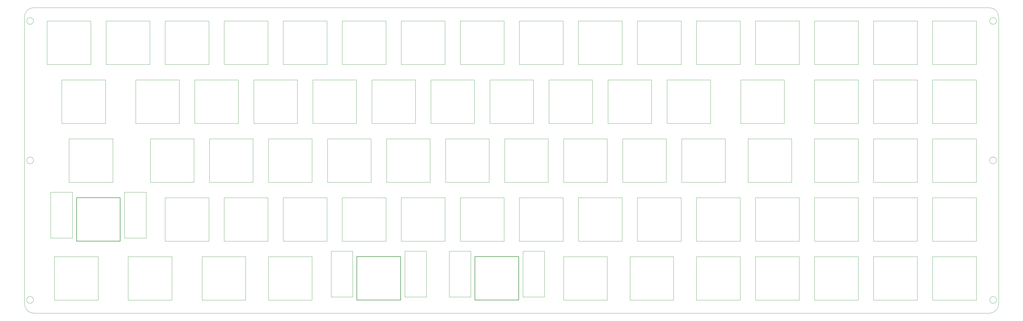
<source format=gm1>
G04 #@! TF.GenerationSoftware,KiCad,Pcbnew,(5.1.10-1-10_14)*
G04 #@! TF.CreationDate,2021-08-07T14:46:02+09:00*
G04 #@! TF.ProjectId,GL516_Template,474c3531-365f-4546-956d-706c6174652e,rev?*
G04 #@! TF.SameCoordinates,Original*
G04 #@! TF.FileFunction,Profile,NP*
%FSLAX46Y46*%
G04 Gerber Fmt 4.6, Leading zero omitted, Abs format (unit mm)*
G04 Created by KiCad (PCBNEW (5.1.10-1-10_14)) date 2021-08-07 14:46:02*
%MOMM*%
%LPD*%
G01*
G04 APERTURE LIST*
G04 #@! TA.AperFunction,Profile*
%ADD10C,0.100000*%
G04 #@! TD*
G04 #@! TA.AperFunction,Profile*
%ADD11C,0.150000*%
G04 #@! TD*
G04 #@! TA.AperFunction,Profile*
%ADD12C,0.120000*%
G04 #@! TD*
G04 #@! TA.AperFunction,Profile*
%ADD13C,0.010000*%
G04 #@! TD*
G04 APERTURE END LIST*
D10*
X17275000Y-116050000D02*
G75*
G02*
X14275000Y-113050000I0J3000000D01*
G01*
X14275000Y-20250000D02*
G75*
G02*
X17275000Y-17250000I3000000J0D01*
G01*
X325625000Y-17250000D02*
G75*
G02*
X328625000Y-20250000I0J-3000000D01*
G01*
X328625000Y-113050000D02*
G75*
G02*
X325625000Y-116050000I-3000000J0D01*
G01*
X328625000Y-113050000D02*
X328625000Y-20250000D01*
X17275000Y-116050000D02*
X325625000Y-116050000D01*
X14275000Y-20250000D02*
X14275000Y-113050000D01*
X325625000Y-17250000D02*
X17275000Y-17250000D01*
D11*
X173737500Y-97725000D02*
X173737500Y-111825000D01*
X159637500Y-97725000D02*
X173737500Y-97725000D01*
X159637500Y-111825000D02*
X159637500Y-97725000D01*
X173737500Y-111825000D02*
X159637500Y-111825000D01*
D12*
X158287500Y-110775000D02*
X158287500Y-95975000D01*
X158287500Y-95975000D02*
X151287500Y-95975000D01*
X151287500Y-95975000D02*
X151287500Y-110775000D01*
X151287500Y-110775000D02*
X158287500Y-110775000D01*
X175087500Y-110775000D02*
X175087500Y-95975000D01*
X175087500Y-95975000D02*
X182087500Y-95975000D01*
X182087500Y-95975000D02*
X182087500Y-110775000D01*
X182087500Y-110775000D02*
X175087500Y-110775000D01*
D11*
X135637500Y-97725000D02*
X135637500Y-111825000D01*
X121537500Y-97725000D02*
X135637500Y-97725000D01*
X121537500Y-111825000D02*
X121537500Y-97725000D01*
X135637500Y-111825000D02*
X121537500Y-111825000D01*
D12*
X120187500Y-110775000D02*
X120187500Y-95975000D01*
X120187500Y-95975000D02*
X113187500Y-95975000D01*
X113187500Y-95975000D02*
X113187500Y-110775000D01*
X113187500Y-110775000D02*
X120187500Y-110775000D01*
X136987500Y-110775000D02*
X136987500Y-95975000D01*
X136987500Y-95975000D02*
X143987500Y-95975000D01*
X143987500Y-95975000D02*
X143987500Y-110775000D01*
X143987500Y-110775000D02*
X136987500Y-110775000D01*
D11*
X45150000Y-78675000D02*
X45150000Y-92775000D01*
X31050000Y-78675000D02*
X45150000Y-78675000D01*
X31050000Y-92775000D02*
X31050000Y-78675000D01*
X45150000Y-92775000D02*
X31050000Y-92775000D01*
D12*
X29700000Y-91725000D02*
X29700000Y-76925000D01*
X29700000Y-76925000D02*
X22700000Y-76925000D01*
X22700000Y-76925000D02*
X22700000Y-91725000D01*
X22700000Y-91725000D02*
X29700000Y-91725000D01*
X46500000Y-91725000D02*
X46500000Y-76925000D01*
X46500000Y-76925000D02*
X53500000Y-76925000D01*
X53500000Y-76925000D02*
X53500000Y-91725000D01*
X53500000Y-91725000D02*
X46500000Y-91725000D01*
X61818750Y-111825000D02*
X47718750Y-111825000D01*
X47718750Y-97725000D02*
X61818750Y-97725000D01*
X47718750Y-111825000D02*
X47718750Y-97725000D01*
X61818750Y-97725000D02*
X61818750Y-111825000D01*
X261843750Y-73725000D02*
X247743750Y-73725000D01*
X247743750Y-59625000D02*
X261843750Y-59625000D01*
X247743750Y-73725000D02*
X247743750Y-59625000D01*
X261843750Y-59625000D02*
X261843750Y-73725000D01*
X223743750Y-111825000D02*
X209643750Y-111825000D01*
X209643750Y-97725000D02*
X223743750Y-97725000D01*
X209643750Y-111825000D02*
X209643750Y-97725000D01*
X223743750Y-97725000D02*
X223743750Y-111825000D01*
X38006250Y-111825000D02*
X23906250Y-111825000D01*
X23906250Y-97725000D02*
X38006250Y-97725000D01*
X23906250Y-111825000D02*
X23906250Y-97725000D01*
X38006250Y-97725000D02*
X38006250Y-111825000D01*
X85631250Y-111825000D02*
X71531250Y-111825000D01*
X71531250Y-97725000D02*
X85631250Y-97725000D01*
X71531250Y-111825000D02*
X71531250Y-97725000D01*
X85631250Y-97725000D02*
X85631250Y-111825000D01*
X42768750Y-73725000D02*
X28668750Y-73725000D01*
X28668750Y-59625000D02*
X42768750Y-59625000D01*
X28668750Y-73725000D02*
X28668750Y-59625000D01*
X42768750Y-59625000D02*
X42768750Y-73725000D01*
X40387500Y-54675000D02*
X26287500Y-54675000D01*
X26287500Y-40575000D02*
X40387500Y-40575000D01*
X26287500Y-54675000D02*
X26287500Y-40575000D01*
X40387500Y-40575000D02*
X40387500Y-54675000D01*
X259462500Y-54675000D02*
X245362500Y-54675000D01*
X245362500Y-40575000D02*
X259462500Y-40575000D01*
X245362500Y-54675000D02*
X245362500Y-40575000D01*
X259462500Y-40575000D02*
X259462500Y-54675000D01*
X264225000Y-111825000D02*
X250125000Y-111825000D01*
X250125000Y-97725000D02*
X264225000Y-97725000D01*
X250125000Y-111825000D02*
X250125000Y-97725000D01*
X264225000Y-97725000D02*
X264225000Y-111825000D01*
X245175000Y-111825000D02*
X231075000Y-111825000D01*
X231075000Y-97725000D02*
X245175000Y-97725000D01*
X231075000Y-111825000D02*
X231075000Y-97725000D01*
X245175000Y-97725000D02*
X245175000Y-111825000D01*
X302325000Y-73725000D02*
X288225000Y-73725000D01*
X288225000Y-59625000D02*
X302325000Y-59625000D01*
X288225000Y-73725000D02*
X288225000Y-59625000D01*
X302325000Y-59625000D02*
X302325000Y-73725000D01*
X302325000Y-54675000D02*
X288225000Y-54675000D01*
X288225000Y-40575000D02*
X302325000Y-40575000D01*
X288225000Y-54675000D02*
X288225000Y-40575000D01*
X302325000Y-40575000D02*
X302325000Y-54675000D01*
X202312500Y-111825000D02*
X188212500Y-111825000D01*
X188212500Y-97725000D02*
X202312500Y-97725000D01*
X188212500Y-111825000D02*
X188212500Y-97725000D01*
X202312500Y-97725000D02*
X202312500Y-111825000D01*
X302325000Y-111825000D02*
X288225000Y-111825000D01*
X288225000Y-97725000D02*
X302325000Y-97725000D01*
X288225000Y-111825000D02*
X288225000Y-97725000D01*
X302325000Y-97725000D02*
X302325000Y-111825000D01*
X321375000Y-111825000D02*
X307275000Y-111825000D01*
X307275000Y-97725000D02*
X321375000Y-97725000D01*
X307275000Y-111825000D02*
X307275000Y-97725000D01*
X321375000Y-97725000D02*
X321375000Y-111825000D01*
X283275000Y-111825000D02*
X269175000Y-111825000D01*
X269175000Y-97725000D02*
X283275000Y-97725000D01*
X269175000Y-111825000D02*
X269175000Y-97725000D01*
X283275000Y-97725000D02*
X283275000Y-111825000D01*
X283275000Y-35625000D02*
X269175000Y-35625000D01*
X269175000Y-21525000D02*
X283275000Y-21525000D01*
X269175000Y-35625000D02*
X269175000Y-21525000D01*
X283275000Y-21525000D02*
X283275000Y-35625000D01*
X302325000Y-35625000D02*
X288225000Y-35625000D01*
X288225000Y-21525000D02*
X302325000Y-21525000D01*
X288225000Y-35625000D02*
X288225000Y-21525000D01*
X302325000Y-21525000D02*
X302325000Y-35625000D01*
X302325000Y-92775000D02*
X288225000Y-92775000D01*
X288225000Y-78675000D02*
X302325000Y-78675000D01*
X288225000Y-92775000D02*
X288225000Y-78675000D01*
X302325000Y-78675000D02*
X302325000Y-92775000D01*
X321375000Y-73725000D02*
X307275000Y-73725000D01*
X307275000Y-59625000D02*
X321375000Y-59625000D01*
X307275000Y-73725000D02*
X307275000Y-59625000D01*
X321375000Y-59625000D02*
X321375000Y-73725000D01*
X321375000Y-54675000D02*
X307275000Y-54675000D01*
X307275000Y-40575000D02*
X321375000Y-40575000D01*
X307275000Y-54675000D02*
X307275000Y-40575000D01*
X321375000Y-40575000D02*
X321375000Y-54675000D01*
X321375000Y-35625000D02*
X307275000Y-35625000D01*
X307275000Y-21525000D02*
X321375000Y-21525000D01*
X307275000Y-35625000D02*
X307275000Y-21525000D01*
X321375000Y-21525000D02*
X321375000Y-35625000D01*
X321375000Y-92775000D02*
X307275000Y-92775000D01*
X307275000Y-78675000D02*
X321375000Y-78675000D01*
X307275000Y-92775000D02*
X307275000Y-78675000D01*
X321375000Y-78675000D02*
X321375000Y-92775000D01*
X283275000Y-54675000D02*
X269175000Y-54675000D01*
X269175000Y-40575000D02*
X283275000Y-40575000D01*
X269175000Y-54675000D02*
X269175000Y-40575000D01*
X283275000Y-40575000D02*
X283275000Y-54675000D01*
X226125000Y-35625000D02*
X212025000Y-35625000D01*
X212025000Y-21525000D02*
X226125000Y-21525000D01*
X212025000Y-35625000D02*
X212025000Y-21525000D01*
X226125000Y-21525000D02*
X226125000Y-35625000D01*
X264225000Y-35625000D02*
X250125000Y-35625000D01*
X250125000Y-21525000D02*
X264225000Y-21525000D01*
X250125000Y-35625000D02*
X250125000Y-21525000D01*
X264225000Y-21525000D02*
X264225000Y-35625000D01*
X283275000Y-73725000D02*
X269175000Y-73725000D01*
X269175000Y-59625000D02*
X283275000Y-59625000D01*
X269175000Y-73725000D02*
X269175000Y-59625000D01*
X283275000Y-59625000D02*
X283275000Y-73725000D01*
X240412500Y-73725000D02*
X226312500Y-73725000D01*
X226312500Y-59625000D02*
X240412500Y-59625000D01*
X226312500Y-73725000D02*
X226312500Y-59625000D01*
X240412500Y-59625000D02*
X240412500Y-73725000D01*
X235650000Y-54675000D02*
X221550000Y-54675000D01*
X221550000Y-40575000D02*
X235650000Y-40575000D01*
X221550000Y-54675000D02*
X221550000Y-40575000D01*
X235650000Y-40575000D02*
X235650000Y-54675000D01*
X245175000Y-92775000D02*
X231075000Y-92775000D01*
X231075000Y-78675000D02*
X245175000Y-78675000D01*
X231075000Y-92775000D02*
X231075000Y-78675000D01*
X245175000Y-78675000D02*
X245175000Y-92775000D01*
X245175000Y-35625000D02*
X231075000Y-35625000D01*
X231075000Y-21525000D02*
X245175000Y-21525000D01*
X231075000Y-35625000D02*
X231075000Y-21525000D01*
X245175000Y-21525000D02*
X245175000Y-35625000D01*
X264225000Y-92775000D02*
X250125000Y-92775000D01*
X250125000Y-78675000D02*
X264225000Y-78675000D01*
X250125000Y-92775000D02*
X250125000Y-78675000D01*
X264225000Y-78675000D02*
X264225000Y-92775000D01*
X283275000Y-92775000D02*
X269175000Y-92775000D01*
X269175000Y-78675000D02*
X283275000Y-78675000D01*
X269175000Y-92775000D02*
X269175000Y-78675000D01*
X283275000Y-78675000D02*
X283275000Y-92775000D01*
X197550000Y-54675000D02*
X183450000Y-54675000D01*
X183450000Y-40575000D02*
X197550000Y-40575000D01*
X183450000Y-54675000D02*
X183450000Y-40575000D01*
X197550000Y-40575000D02*
X197550000Y-54675000D01*
X221362500Y-73725000D02*
X207262500Y-73725000D01*
X207262500Y-59625000D02*
X221362500Y-59625000D01*
X207262500Y-73725000D02*
X207262500Y-59625000D01*
X221362500Y-59625000D02*
X221362500Y-73725000D01*
X178500000Y-54675000D02*
X164400000Y-54675000D01*
X164400000Y-40575000D02*
X178500000Y-40575000D01*
X164400000Y-54675000D02*
X164400000Y-40575000D01*
X178500000Y-40575000D02*
X178500000Y-54675000D01*
X207075000Y-92775000D02*
X192975000Y-92775000D01*
X192975000Y-78675000D02*
X207075000Y-78675000D01*
X192975000Y-92775000D02*
X192975000Y-78675000D01*
X207075000Y-78675000D02*
X207075000Y-92775000D01*
X168975000Y-35625000D02*
X154875000Y-35625000D01*
X154875000Y-21525000D02*
X168975000Y-21525000D01*
X154875000Y-35625000D02*
X154875000Y-21525000D01*
X168975000Y-21525000D02*
X168975000Y-35625000D01*
X226125000Y-92775000D02*
X212025000Y-92775000D01*
X212025000Y-78675000D02*
X226125000Y-78675000D01*
X212025000Y-92775000D02*
X212025000Y-78675000D01*
X226125000Y-78675000D02*
X226125000Y-92775000D01*
X183262500Y-73725000D02*
X169162500Y-73725000D01*
X169162500Y-59625000D02*
X183262500Y-59625000D01*
X169162500Y-73725000D02*
X169162500Y-59625000D01*
X183262500Y-59625000D02*
X183262500Y-73725000D01*
X188025000Y-35625000D02*
X173925000Y-35625000D01*
X173925000Y-21525000D02*
X188025000Y-21525000D01*
X173925000Y-35625000D02*
X173925000Y-21525000D01*
X188025000Y-21525000D02*
X188025000Y-35625000D01*
X216600000Y-54675000D02*
X202500000Y-54675000D01*
X202500000Y-40575000D02*
X216600000Y-40575000D01*
X202500000Y-54675000D02*
X202500000Y-40575000D01*
X216600000Y-40575000D02*
X216600000Y-54675000D01*
X207075000Y-35625000D02*
X192975000Y-35625000D01*
X192975000Y-21525000D02*
X207075000Y-21525000D01*
X192975000Y-35625000D02*
X192975000Y-21525000D01*
X207075000Y-21525000D02*
X207075000Y-35625000D01*
X188025000Y-92775000D02*
X173925000Y-92775000D01*
X173925000Y-78675000D02*
X188025000Y-78675000D01*
X173925000Y-92775000D02*
X173925000Y-78675000D01*
X188025000Y-78675000D02*
X188025000Y-92775000D01*
X202312500Y-73725000D02*
X188212500Y-73725000D01*
X188212500Y-59625000D02*
X202312500Y-59625000D01*
X188212500Y-73725000D02*
X188212500Y-59625000D01*
X202312500Y-59625000D02*
X202312500Y-73725000D01*
X149925000Y-35625000D02*
X135825000Y-35625000D01*
X135825000Y-21525000D02*
X149925000Y-21525000D01*
X135825000Y-35625000D02*
X135825000Y-21525000D01*
X149925000Y-21525000D02*
X149925000Y-35625000D01*
X145162500Y-73725000D02*
X131062500Y-73725000D01*
X131062500Y-59625000D02*
X145162500Y-59625000D01*
X131062500Y-73725000D02*
X131062500Y-59625000D01*
X145162500Y-59625000D02*
X145162500Y-73725000D01*
X130875000Y-92775000D02*
X116775000Y-92775000D01*
X116775000Y-78675000D02*
X130875000Y-78675000D01*
X116775000Y-92775000D02*
X116775000Y-78675000D01*
X130875000Y-78675000D02*
X130875000Y-92775000D01*
X130875000Y-35625000D02*
X116775000Y-35625000D01*
X116775000Y-21525000D02*
X130875000Y-21525000D01*
X116775000Y-35625000D02*
X116775000Y-21525000D01*
X130875000Y-21525000D02*
X130875000Y-35625000D01*
X164212500Y-73725000D02*
X150112500Y-73725000D01*
X150112500Y-59625000D02*
X164212500Y-59625000D01*
X150112500Y-73725000D02*
X150112500Y-59625000D01*
X164212500Y-59625000D02*
X164212500Y-73725000D01*
X159450000Y-54675000D02*
X145350000Y-54675000D01*
X145350000Y-40575000D02*
X159450000Y-40575000D01*
X145350000Y-54675000D02*
X145350000Y-40575000D01*
X159450000Y-40575000D02*
X159450000Y-54675000D01*
X149925000Y-92775000D02*
X135825000Y-92775000D01*
X135825000Y-78675000D02*
X149925000Y-78675000D01*
X135825000Y-92775000D02*
X135825000Y-78675000D01*
X149925000Y-78675000D02*
X149925000Y-92775000D01*
X140400000Y-54675000D02*
X126300000Y-54675000D01*
X126300000Y-40575000D02*
X140400000Y-40575000D01*
X126300000Y-54675000D02*
X126300000Y-40575000D01*
X140400000Y-40575000D02*
X140400000Y-54675000D01*
X126112500Y-73725000D02*
X112012500Y-73725000D01*
X112012500Y-59625000D02*
X126112500Y-59625000D01*
X112012500Y-73725000D02*
X112012500Y-59625000D01*
X126112500Y-59625000D02*
X126112500Y-73725000D01*
X168975000Y-92775000D02*
X154875000Y-92775000D01*
X154875000Y-78675000D02*
X168975000Y-78675000D01*
X154875000Y-92775000D02*
X154875000Y-78675000D01*
X168975000Y-78675000D02*
X168975000Y-92775000D01*
X111825000Y-35625000D02*
X97725000Y-35625000D01*
X97725000Y-21525000D02*
X111825000Y-21525000D01*
X97725000Y-35625000D02*
X97725000Y-21525000D01*
X111825000Y-21525000D02*
X111825000Y-35625000D01*
X121350000Y-54675000D02*
X107250000Y-54675000D01*
X107250000Y-40575000D02*
X121350000Y-40575000D01*
X107250000Y-54675000D02*
X107250000Y-40575000D01*
X121350000Y-40575000D02*
X121350000Y-54675000D01*
X107062500Y-111825000D02*
X92962500Y-111825000D01*
X92962500Y-97725000D02*
X107062500Y-97725000D01*
X92962500Y-111825000D02*
X92962500Y-97725000D01*
X107062500Y-97725000D02*
X107062500Y-111825000D01*
X107062500Y-73725000D02*
X92962500Y-73725000D01*
X92962500Y-59625000D02*
X107062500Y-59625000D01*
X92962500Y-73725000D02*
X92962500Y-59625000D01*
X107062500Y-59625000D02*
X107062500Y-73725000D01*
X92775000Y-35625000D02*
X78675000Y-35625000D01*
X78675000Y-21525000D02*
X92775000Y-21525000D01*
X78675000Y-35625000D02*
X78675000Y-21525000D01*
X92775000Y-21525000D02*
X92775000Y-35625000D01*
X111825000Y-92775000D02*
X97725000Y-92775000D01*
X97725000Y-78675000D02*
X111825000Y-78675000D01*
X97725000Y-92775000D02*
X97725000Y-78675000D01*
X111825000Y-78675000D02*
X111825000Y-92775000D01*
X102300000Y-54675000D02*
X88200000Y-54675000D01*
X88200000Y-40575000D02*
X102300000Y-40575000D01*
X88200000Y-54675000D02*
X88200000Y-40575000D01*
X102300000Y-40575000D02*
X102300000Y-54675000D01*
X92775000Y-92775000D02*
X78675000Y-92775000D01*
X78675000Y-78675000D02*
X92775000Y-78675000D01*
X78675000Y-92775000D02*
X78675000Y-78675000D01*
X92775000Y-78675000D02*
X92775000Y-92775000D01*
X88012500Y-73725000D02*
X73912500Y-73725000D01*
X73912500Y-59625000D02*
X88012500Y-59625000D01*
X73912500Y-73725000D02*
X73912500Y-59625000D01*
X88012500Y-59625000D02*
X88012500Y-73725000D01*
X73725000Y-35625000D02*
X59625000Y-35625000D01*
X59625000Y-21525000D02*
X73725000Y-21525000D01*
X59625000Y-35625000D02*
X59625000Y-21525000D01*
X73725000Y-21525000D02*
X73725000Y-35625000D01*
X83250000Y-54675000D02*
X69150000Y-54675000D01*
X69150000Y-40575000D02*
X83250000Y-40575000D01*
X69150000Y-54675000D02*
X69150000Y-40575000D01*
X83250000Y-40575000D02*
X83250000Y-54675000D01*
X68962500Y-73725000D02*
X54862500Y-73725000D01*
X54862500Y-59625000D02*
X68962500Y-59625000D01*
X54862500Y-73725000D02*
X54862500Y-59625000D01*
X68962500Y-59625000D02*
X68962500Y-73725000D01*
X73725000Y-92775000D02*
X59625000Y-92775000D01*
X59625000Y-78675000D02*
X73725000Y-78675000D01*
X59625000Y-92775000D02*
X59625000Y-78675000D01*
X73725000Y-78675000D02*
X73725000Y-92775000D01*
X35625000Y-35625000D02*
X21525000Y-35625000D01*
X21525000Y-21525000D02*
X35625000Y-21525000D01*
X21525000Y-35625000D02*
X21525000Y-21525000D01*
X35625000Y-21525000D02*
X35625000Y-35625000D01*
X54675000Y-35625000D02*
X40575000Y-35625000D01*
X40575000Y-21525000D02*
X54675000Y-21525000D01*
X40575000Y-35625000D02*
X40575000Y-21525000D01*
X54675000Y-21525000D02*
X54675000Y-35625000D01*
X64200000Y-54675000D02*
X50100000Y-54675000D01*
X50100000Y-40575000D02*
X64200000Y-40575000D01*
X50100000Y-54675000D02*
X50100000Y-40575000D01*
X64200000Y-40575000D02*
X64200000Y-54675000D01*
D13*
X327925000Y-111750000D02*
G75*
G03*
X327925000Y-111750000I-1100000J0D01*
G01*
X327925000Y-66650000D02*
G75*
G03*
X327925000Y-66650000I-1100000J0D01*
G01*
X327925000Y-21550000D02*
G75*
G03*
X327925000Y-21550000I-1100000J0D01*
G01*
X17175000Y-111750000D02*
G75*
G03*
X17175000Y-111750000I-1100000J0D01*
G01*
X17175000Y-66650000D02*
G75*
G03*
X17175000Y-66650000I-1100000J0D01*
G01*
X17175000Y-21550000D02*
G75*
G03*
X17175000Y-21550000I-1100000J0D01*
G01*
M02*

</source>
